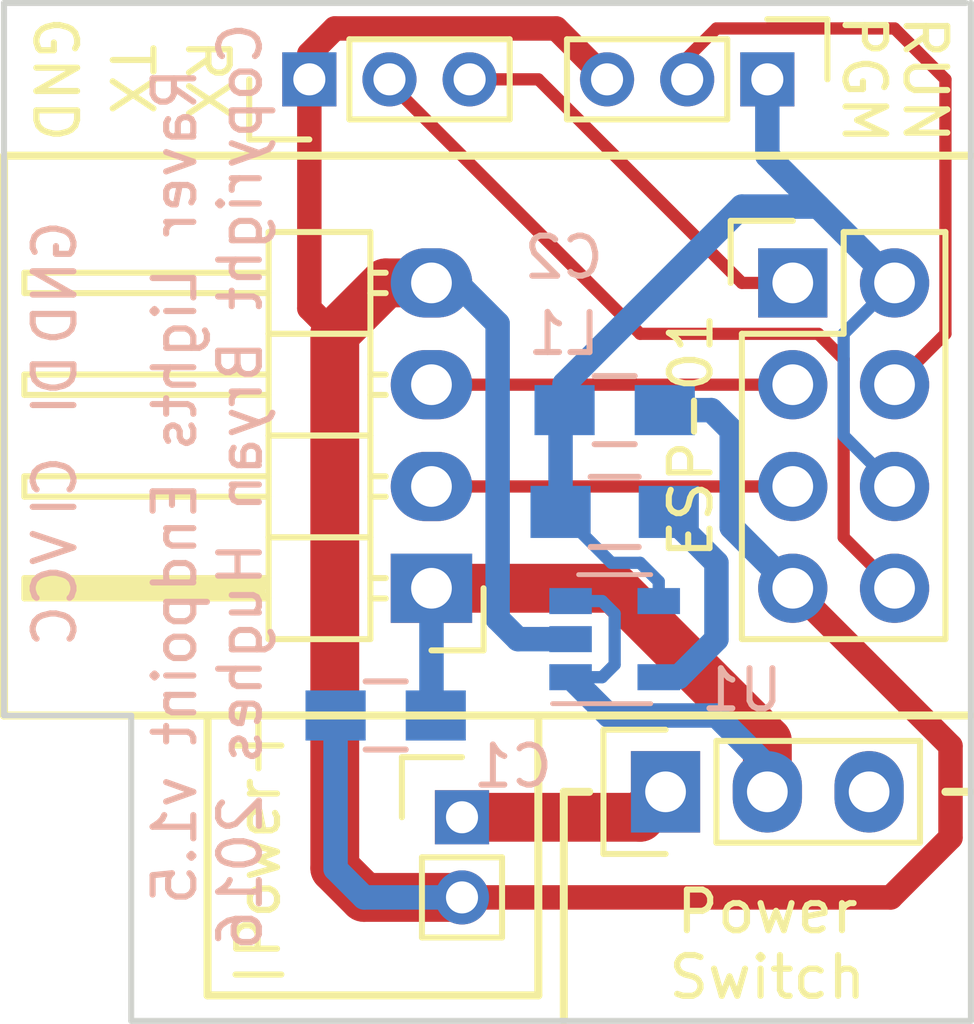
<source format=kicad_pcb>
(kicad_pcb (version 4) (host pcbnew 4.0.2-stable)

  (general
    (links 23)
    (no_connects 0)
    (area 127.475599 116.525409 158.881972 155.992162)
    (thickness 1.6)
    (drawings 30)
    (tracks 83)
    (zones 0)
    (modules 10)
    (nets 12)
  )

  (page A4)
  (layers
    (0 F.Cu signal)
    (31 B.Cu signal)
    (32 B.Adhes user)
    (33 F.Adhes user)
    (34 B.Paste user)
    (35 F.Paste user)
    (36 B.SilkS user)
    (37 F.SilkS user)
    (38 B.Mask user)
    (39 F.Mask user)
    (40 Dwgs.User user)
    (41 Cmts.User user)
    (42 Eco1.User user)
    (43 Eco2.User user)
    (44 Edge.Cuts user)
    (45 Margin user)
    (46 B.CrtYd user)
    (47 F.CrtYd user)
    (48 B.Fab user)
    (49 F.Fab user)
  )

  (setup
    (last_trace_width 0.1524)
    (user_trace_width 0.1524)
    (user_trace_width 0.3048)
    (user_trace_width 0.6096)
    (user_trace_width 1.2192)
    (trace_clearance 0.1524)
    (zone_clearance 0.508)
    (zone_45_only no)
    (trace_min 0.1524)
    (segment_width 0.2)
    (edge_width 0.15)
    (via_size 0.6858)
    (via_drill 0.3302)
    (via_min_size 0.6858)
    (via_min_drill 0.3302)
    (user_via 0.889 0.381)
    (user_via 1.524 0.762)
    (uvia_size 0.762)
    (uvia_drill 0.508)
    (uvias_allowed no)
    (uvia_min_size 0)
    (uvia_min_drill 0)
    (pcb_text_width 0.3)
    (pcb_text_size 1.016 1.016)
    (mod_edge_width 0.15)
    (mod_text_size 1 1)
    (mod_text_width 0.15)
    (pad_size 1.524 1.524)
    (pad_drill 0.762)
    (pad_to_mask_clearance 0.2)
    (aux_axis_origin 0 0)
    (visible_elements FFFFFF7F)
    (pcbplotparams
      (layerselection 0x000f0_80000001)
      (usegerberextensions false)
      (excludeedgelayer true)
      (linewidth 0.100000)
      (plotframeref false)
      (viasonmask false)
      (mode 1)
      (useauxorigin false)
      (hpglpennumber 1)
      (hpglpenspeed 20)
      (hpglpendiameter 15)
      (hpglpenoverlay 2)
      (psnegative false)
      (psa4output false)
      (plotreference true)
      (plotvalue true)
      (plotinvisibletext false)
      (padsonsilk false)
      (subtractmaskfromsilk false)
      (outputformat 1)
      (mirror false)
      (drillshape 0)
      (scaleselection 1)
      (outputdirectory ""))
  )

  (net 0 "")
  (net 1 "Net-(C1-Pad1)")
  (net 2 "Net-(C1-Pad2)")
  (net 3 "Net-(C2-Pad1)")
  (net 4 "Net-(L1-Pad1)")
  (net 5 "Net-(P2-Pad2)")
  (net 6 "Net-(P2-Pad3)")
  (net 7 "Net-(P1-Pad1)")
  (net 8 "Net-(SW1-Pad3)")
  (net 9 "Net-(P3-Pad1)")
  (net 10 "Net-(P3-Pad4)")
  (net 11 "Net-(P3-Pad8)")

  (net_class Default "This is the default net class."
    (clearance 0.1524)
    (trace_width 0.1524)
    (via_dia 0.6858)
    (via_drill 0.3302)
    (uvia_dia 0.762)
    (uvia_drill 0.508)
    (add_net "Net-(C1-Pad1)")
    (add_net "Net-(C1-Pad2)")
    (add_net "Net-(C2-Pad1)")
    (add_net "Net-(L1-Pad1)")
    (add_net "Net-(P1-Pad1)")
    (add_net "Net-(P2-Pad2)")
    (add_net "Net-(P2-Pad3)")
    (add_net "Net-(P3-Pad1)")
    (add_net "Net-(P3-Pad4)")
    (add_net "Net-(P3-Pad8)")
    (add_net "Net-(SW1-Pad3)")
  )

  (module Capacitors_SMD:C_0805_HandSoldering (layer B.Cu) (tedit 5858AF3C) (tstamp 584F7551)
    (at 137.16 147.955 180)
    (descr "Capacitor SMD 0805, hand soldering")
    (tags "capacitor 0805")
    (path /57A0E3BE)
    (attr smd)
    (fp_text reference C1 (at -3.175 -1.27 180) (layer B.SilkS)
      (effects (font (size 1 1) (thickness 0.15)) (justify mirror))
    )
    (fp_text value 4.7uF (at -8.255 -0.635 180) (layer B.Fab) hide
      (effects (font (size 1 1) (thickness 0.15)) (justify mirror))
    )
    (fp_line (start -1 -0.625) (end -1 0.625) (layer B.Fab) (width 0.15))
    (fp_line (start 1 -0.625) (end -1 -0.625) (layer B.Fab) (width 0.15))
    (fp_line (start 1 0.625) (end 1 -0.625) (layer B.Fab) (width 0.15))
    (fp_line (start -1 0.625) (end 1 0.625) (layer B.Fab) (width 0.15))
    (fp_line (start -2.3 1) (end 2.3 1) (layer B.CrtYd) (width 0.05))
    (fp_line (start -2.3 -1) (end 2.3 -1) (layer B.CrtYd) (width 0.05))
    (fp_line (start -2.3 1) (end -2.3 -1) (layer B.CrtYd) (width 0.05))
    (fp_line (start 2.3 1) (end 2.3 -1) (layer B.CrtYd) (width 0.05))
    (fp_line (start 0.5 0.85) (end -0.5 0.85) (layer B.SilkS) (width 0.15))
    (fp_line (start -0.5 -0.85) (end 0.5 -0.85) (layer B.SilkS) (width 0.15))
    (pad 1 smd rect (at -1.25 0 180) (size 1.5 1.25) (layers B.Cu B.Paste B.Mask)
      (net 1 "Net-(C1-Pad1)"))
    (pad 2 smd rect (at 1.25 0 180) (size 1.5 1.25) (layers B.Cu B.Paste B.Mask)
      (net 2 "Net-(C1-Pad2)"))
    (model Capacitors_SMD.3dshapes/C_0805_HandSoldering.wrl
      (at (xyz 0 0 0))
      (scale (xyz 1 1 1))
      (rotate (xyz 0 0 0))
    )
  )

  (module Capacitors_SMD:C_0805_HandSoldering (layer B.Cu) (tedit 5858AF5B) (tstamp 584F7561)
    (at 142.875 140.335)
    (descr "Capacitor SMD 0805, hand soldering")
    (tags "capacitor 0805")
    (path /57A0E396)
    (attr smd)
    (fp_text reference C2 (at -1.27 -3.81) (layer B.SilkS)
      (effects (font (size 1 1) (thickness 0.15)) (justify mirror))
    )
    (fp_text value 10uF (at -1.27 -4.445) (layer B.Fab) hide
      (effects (font (size 1 1) (thickness 0.15)) (justify mirror))
    )
    (fp_line (start -1 -0.625) (end -1 0.625) (layer B.Fab) (width 0.15))
    (fp_line (start 1 -0.625) (end -1 -0.625) (layer B.Fab) (width 0.15))
    (fp_line (start 1 0.625) (end 1 -0.625) (layer B.Fab) (width 0.15))
    (fp_line (start -1 0.625) (end 1 0.625) (layer B.Fab) (width 0.15))
    (fp_line (start -2.3 1) (end 2.3 1) (layer B.CrtYd) (width 0.05))
    (fp_line (start -2.3 -1) (end 2.3 -1) (layer B.CrtYd) (width 0.05))
    (fp_line (start -2.3 1) (end -2.3 -1) (layer B.CrtYd) (width 0.05))
    (fp_line (start 2.3 1) (end 2.3 -1) (layer B.CrtYd) (width 0.05))
    (fp_line (start 0.5 0.85) (end -0.5 0.85) (layer B.SilkS) (width 0.15))
    (fp_line (start -0.5 -0.85) (end 0.5 -0.85) (layer B.SilkS) (width 0.15))
    (pad 1 smd rect (at -1.25 0) (size 1.5 1.25) (layers B.Cu B.Paste B.Mask)
      (net 3 "Net-(C2-Pad1)"))
    (pad 2 smd rect (at 1.25 0) (size 1.5 1.25) (layers B.Cu B.Paste B.Mask)
      (net 2 "Net-(C1-Pad2)"))
    (model Capacitors_SMD.3dshapes/C_0805_HandSoldering.wrl
      (at (xyz 0 0 0))
      (scale (xyz 1 1 1))
      (rotate (xyz 0 0 0))
    )
  )

  (module Resistors_SMD:R_0805_HandSoldering (layer B.Cu) (tedit 5858AF5D) (tstamp 584F7571)
    (at 142.875 142.875 180)
    (descr "Resistor SMD 0805, hand soldering")
    (tags "resistor 0805")
    (path /57A0E1B1)
    (attr smd)
    (fp_text reference L1 (at 1.27 4.445 180) (layer B.SilkS)
      (effects (font (size 1 1) (thickness 0.15)) (justify mirror))
    )
    (fp_text value 2.2uH (at 7.62 0.635 180) (layer B.Fab) hide
      (effects (font (size 1 1) (thickness 0.15)) (justify mirror))
    )
    (fp_line (start -1 -0.625) (end -1 0.625) (layer B.Fab) (width 0.1))
    (fp_line (start 1 -0.625) (end -1 -0.625) (layer B.Fab) (width 0.1))
    (fp_line (start 1 0.625) (end 1 -0.625) (layer B.Fab) (width 0.1))
    (fp_line (start -1 0.625) (end 1 0.625) (layer B.Fab) (width 0.1))
    (fp_line (start -2.4 1) (end 2.4 1) (layer B.CrtYd) (width 0.05))
    (fp_line (start -2.4 -1) (end 2.4 -1) (layer B.CrtYd) (width 0.05))
    (fp_line (start -2.4 1) (end -2.4 -1) (layer B.CrtYd) (width 0.05))
    (fp_line (start 2.4 1) (end 2.4 -1) (layer B.CrtYd) (width 0.05))
    (fp_line (start 0.6 -0.875) (end -0.6 -0.875) (layer B.SilkS) (width 0.15))
    (fp_line (start -0.6 0.875) (end 0.6 0.875) (layer B.SilkS) (width 0.15))
    (pad 1 smd rect (at -1.35 0 180) (size 1.5 1.3) (layers B.Cu B.Paste B.Mask)
      (net 4 "Net-(L1-Pad1)"))
    (pad 2 smd rect (at 1.35 0 180) (size 1.5 1.3) (layers B.Cu B.Paste B.Mask)
      (net 3 "Net-(C2-Pad1)"))
    (model Resistors_SMD.3dshapes/R_0805_HandSoldering.wrl
      (at (xyz 0 0 0))
      (scale (xyz 1 1 1))
      (rotate (xyz 0 0 0))
    )
  )

  (module TO_SOT_Packages_SMD:SOT-23-5 (layer B.Cu) (tedit 5858AF53) (tstamp 584F75AF)
    (at 142.875 146.05)
    (descr "5-pin SOT23 package")
    (tags SOT-23-5)
    (path /57A0D83A)
    (attr smd)
    (fp_text reference U1 (at 3.175 1.27) (layer B.SilkS)
      (effects (font (size 1 1) (thickness 0.15)) (justify mirror))
    )
    (fp_text value LM3671 (at -0.254 -5.08) (layer B.Fab) hide
      (effects (font (size 1 1) (thickness 0.15)) (justify mirror))
    )
    (fp_line (start -0.9 -1.61) (end 0.9 -1.61) (layer B.SilkS) (width 0.12))
    (fp_line (start 0.9 1.61) (end -1.55 1.61) (layer B.SilkS) (width 0.12))
    (fp_line (start -1.9 1.8) (end 1.9 1.8) (layer B.CrtYd) (width 0.05))
    (fp_line (start 1.9 1.8) (end 1.9 -1.8) (layer B.CrtYd) (width 0.05))
    (fp_line (start 1.9 -1.8) (end -1.9 -1.8) (layer B.CrtYd) (width 0.05))
    (fp_line (start -1.9 -1.8) (end -1.9 1.8) (layer B.CrtYd) (width 0.05))
    (fp_line (start 0.9 1.55) (end -0.9 1.55) (layer B.Fab) (width 0.15))
    (fp_line (start -0.9 1.55) (end -0.9 -1.55) (layer B.Fab) (width 0.15))
    (fp_line (start 0.9 -1.55) (end -0.9 -1.55) (layer B.Fab) (width 0.15))
    (fp_line (start 0.9 1.55) (end 0.9 -1.55) (layer B.Fab) (width 0.15))
    (pad 1 smd rect (at -1.1 0.95) (size 1.06 0.65) (layers B.Cu B.Paste B.Mask)
      (net 1 "Net-(C1-Pad1)"))
    (pad 2 smd rect (at -1.1 0) (size 1.06 0.65) (layers B.Cu B.Paste B.Mask)
      (net 2 "Net-(C1-Pad2)"))
    (pad 3 smd rect (at -1.1 -0.95) (size 1.06 0.65) (layers B.Cu B.Paste B.Mask)
      (net 1 "Net-(C1-Pad1)"))
    (pad 4 smd rect (at 1.1 -0.95) (size 1.06 0.65) (layers B.Cu B.Paste B.Mask)
      (net 3 "Net-(C2-Pad1)"))
    (pad 5 smd rect (at 1.1 0.95) (size 1.06 0.65) (layers B.Cu B.Paste B.Mask)
      (net 4 "Net-(L1-Pad1)"))
    (model TO_SOT_Packages_SMD.3dshapes/SOT-23-5.wrl
      (at (xyz 0 0 0))
      (scale (xyz 1 1 1))
      (rotate (xyz 0 0 0))
    )
  )

  (module Pin_Headers:Pin_Header_Straight_1x03_Pitch2.00mm (layer F.Cu) (tedit 58535BB3) (tstamp 58505AD4)
    (at 135.255 132.08 90)
    (descr "Through hole pin header, 1x03, 2.00mm pitch, single row")
    (tags "pin header single row")
    (path /584F7038)
    (fp_text reference P4 (at 14.351 -5.08 90) (layer F.SilkS) hide
      (effects (font (size 1 1) (thickness 0.15)))
    )
    (fp_text value SERIAL (at -10.16 -4.445 90) (layer F.Fab) hide
      (effects (font (size 1 1) (thickness 0.15)))
    )
    (fp_line (start -1 1) (end 1 1) (layer F.SilkS) (width 0.15))
    (fp_line (start 1 1) (end 1 5) (layer F.SilkS) (width 0.15))
    (fp_line (start 1 5) (end -1 5) (layer F.SilkS) (width 0.15))
    (fp_line (start -1 5) (end -1 1) (layer F.SilkS) (width 0.15))
    (fp_line (start -1.6 -1.6) (end 1.6 -1.6) (layer F.CrtYd) (width 0.05))
    (fp_line (start 1.6 -1.6) (end 1.6 5.6) (layer F.CrtYd) (width 0.05))
    (fp_line (start 1.6 5.6) (end -1.6 5.6) (layer F.CrtYd) (width 0.05))
    (fp_line (start -1.6 5.6) (end -1.6 -1.6) (layer F.CrtYd) (width 0.05))
    (fp_line (start -1.5 0) (end -1.5 -1.5) (layer F.SilkS) (width 0.15))
    (fp_line (start -1.5 -1.5) (end 0 -1.5) (layer F.SilkS) (width 0.15))
    (pad 1 thru_hole rect (at 0 0 90) (size 1.35 1.35) (drill 0.8) (layers *.Cu *.Mask)
      (net 2 "Net-(C1-Pad2)"))
    (pad 2 thru_hole circle (at 0 2 90) (size 1.35 1.35) (drill 0.8) (layers *.Cu *.Mask)
      (net 11 "Net-(P3-Pad8)"))
    (pad 3 thru_hole circle (at 0 4 90) (size 1.35 1.35) (drill 0.8) (layers *.Cu *.Mask)
      (net 9 "Net-(P3-Pad1)"))
    (model Pin_Headers.3dshapes/Pin_Header_Straight_1x03_Pitch2.00mm.wrl
      (at (xyz 0 0 0))
      (scale (xyz 1 1 1))
      (rotate (xyz 0 0 0))
    )
  )

  (module Pin_Headers:Pin_Header_Straight_1x02_Pitch2.00mm (layer F.Cu) (tedit 58537BB3) (tstamp 58536082)
    (at 139.065 150.495)
    (descr "Through hole pin header, 1x02, 2.00mm pitch, single row")
    (tags "pin header single row")
    (path /57A0DC23)
    (fp_text reference P1 (at 0 -5) (layer F.SilkS) hide
      (effects (font (size 1 1) (thickness 0.15)))
    )
    (fp_text value POWER (at 0 -3) (layer F.Fab) hide
      (effects (font (size 1 1) (thickness 0.15)))
    )
    (fp_line (start -1 1) (end 1 1) (layer F.SilkS) (width 0.15))
    (fp_line (start 1 1) (end 1 3) (layer F.SilkS) (width 0.15))
    (fp_line (start 1 3) (end -1 3) (layer F.SilkS) (width 0.15))
    (fp_line (start -1 3) (end -1 1) (layer F.SilkS) (width 0.15))
    (fp_line (start -1.6 -1.6) (end 1.6 -1.6) (layer F.CrtYd) (width 0.05))
    (fp_line (start 1.6 -1.6) (end 1.6 3.6) (layer F.CrtYd) (width 0.05))
    (fp_line (start 1.6 3.6) (end -1.6 3.6) (layer F.CrtYd) (width 0.05))
    (fp_line (start -1.6 3.6) (end -1.6 -1.6) (layer F.CrtYd) (width 0.05))
    (fp_line (start -1.5 0) (end -1.5 -1.5) (layer F.SilkS) (width 0.15))
    (fp_line (start -1.5 -1.5) (end 0 -1.5) (layer F.SilkS) (width 0.15))
    (pad 1 thru_hole rect (at 0 0) (size 1.35 1.35) (drill 0.8) (layers *.Cu *.Mask)
      (net 7 "Net-(P1-Pad1)"))
    (pad 2 thru_hole circle (at 0 2) (size 1.35 1.35) (drill 0.8) (layers *.Cu *.Mask)
      (net 2 "Net-(C1-Pad2)"))
    (model Pin_Headers.3dshapes/Pin_Header_Straight_1x02_Pitch2.00mm.wrl
      (at (xyz 0 0 0))
      (scale (xyz 1 1 1))
      (rotate (xyz 0 0 0))
    )
  )

  (module Pin_Headers:Pin_Header_Angled_1x04 (layer F.Cu) (tedit 58537BC4) (tstamp 585360B9)
    (at 138.303 144.78 180)
    (descr "Through hole pin header")
    (tags "pin header")
    (path /57A0DCA2)
    (fp_text reference P2 (at 0 -5.1 180) (layer F.SilkS) hide
      (effects (font (size 1 1) (thickness 0.15)))
    )
    (fp_text value LIGHT (at -0.254 20.066 180) (layer F.Fab) hide
      (effects (font (size 1 1) (thickness 0.15)))
    )
    (fp_line (start -1.5 -1.75) (end -1.5 9.4) (layer F.CrtYd) (width 0.05))
    (fp_line (start 10.65 -1.75) (end 10.65 9.4) (layer F.CrtYd) (width 0.05))
    (fp_line (start -1.5 -1.75) (end 10.65 -1.75) (layer F.CrtYd) (width 0.05))
    (fp_line (start -1.5 9.4) (end 10.65 9.4) (layer F.CrtYd) (width 0.05))
    (fp_line (start -1.3 -1.55) (end -1.3 0) (layer F.SilkS) (width 0.15))
    (fp_line (start 0 -1.55) (end -1.3 -1.55) (layer F.SilkS) (width 0.15))
    (fp_line (start 4.191 -0.127) (end 10.033 -0.127) (layer F.SilkS) (width 0.15))
    (fp_line (start 10.033 -0.127) (end 10.033 0.127) (layer F.SilkS) (width 0.15))
    (fp_line (start 10.033 0.127) (end 4.191 0.127) (layer F.SilkS) (width 0.15))
    (fp_line (start 4.191 0.127) (end 4.191 0) (layer F.SilkS) (width 0.15))
    (fp_line (start 4.191 0) (end 10.033 0) (layer F.SilkS) (width 0.15))
    (fp_line (start 1.524 -0.254) (end 1.143 -0.254) (layer F.SilkS) (width 0.15))
    (fp_line (start 1.524 0.254) (end 1.143 0.254) (layer F.SilkS) (width 0.15))
    (fp_line (start 1.524 2.286) (end 1.143 2.286) (layer F.SilkS) (width 0.15))
    (fp_line (start 1.524 2.794) (end 1.143 2.794) (layer F.SilkS) (width 0.15))
    (fp_line (start 1.524 4.826) (end 1.143 4.826) (layer F.SilkS) (width 0.15))
    (fp_line (start 1.524 5.334) (end 1.143 5.334) (layer F.SilkS) (width 0.15))
    (fp_line (start 1.524 7.874) (end 1.143 7.874) (layer F.SilkS) (width 0.15))
    (fp_line (start 1.524 7.366) (end 1.143 7.366) (layer F.SilkS) (width 0.15))
    (fp_line (start 1.524 -1.27) (end 4.064 -1.27) (layer F.SilkS) (width 0.15))
    (fp_line (start 1.524 1.27) (end 4.064 1.27) (layer F.SilkS) (width 0.15))
    (fp_line (start 1.524 1.27) (end 1.524 3.81) (layer F.SilkS) (width 0.15))
    (fp_line (start 1.524 3.81) (end 4.064 3.81) (layer F.SilkS) (width 0.15))
    (fp_line (start 4.064 2.286) (end 10.16 2.286) (layer F.SilkS) (width 0.15))
    (fp_line (start 10.16 2.286) (end 10.16 2.794) (layer F.SilkS) (width 0.15))
    (fp_line (start 10.16 2.794) (end 4.064 2.794) (layer F.SilkS) (width 0.15))
    (fp_line (start 4.064 3.81) (end 4.064 1.27) (layer F.SilkS) (width 0.15))
    (fp_line (start 4.064 1.27) (end 4.064 -1.27) (layer F.SilkS) (width 0.15))
    (fp_line (start 10.16 0.254) (end 4.064 0.254) (layer F.SilkS) (width 0.15))
    (fp_line (start 10.16 -0.254) (end 10.16 0.254) (layer F.SilkS) (width 0.15))
    (fp_line (start 4.064 -0.254) (end 10.16 -0.254) (layer F.SilkS) (width 0.15))
    (fp_line (start 1.524 1.27) (end 4.064 1.27) (layer F.SilkS) (width 0.15))
    (fp_line (start 1.524 -1.27) (end 1.524 1.27) (layer F.SilkS) (width 0.15))
    (fp_line (start 1.524 6.35) (end 4.064 6.35) (layer F.SilkS) (width 0.15))
    (fp_line (start 1.524 6.35) (end 1.524 8.89) (layer F.SilkS) (width 0.15))
    (fp_line (start 1.524 8.89) (end 4.064 8.89) (layer F.SilkS) (width 0.15))
    (fp_line (start 4.064 7.366) (end 10.16 7.366) (layer F.SilkS) (width 0.15))
    (fp_line (start 10.16 7.366) (end 10.16 7.874) (layer F.SilkS) (width 0.15))
    (fp_line (start 10.16 7.874) (end 4.064 7.874) (layer F.SilkS) (width 0.15))
    (fp_line (start 4.064 8.89) (end 4.064 6.35) (layer F.SilkS) (width 0.15))
    (fp_line (start 4.064 6.35) (end 4.064 3.81) (layer F.SilkS) (width 0.15))
    (fp_line (start 10.16 5.334) (end 4.064 5.334) (layer F.SilkS) (width 0.15))
    (fp_line (start 10.16 4.826) (end 10.16 5.334) (layer F.SilkS) (width 0.15))
    (fp_line (start 4.064 4.826) (end 10.16 4.826) (layer F.SilkS) (width 0.15))
    (fp_line (start 1.524 6.35) (end 4.064 6.35) (layer F.SilkS) (width 0.15))
    (fp_line (start 1.524 3.81) (end 1.524 6.35) (layer F.SilkS) (width 0.15))
    (fp_line (start 1.524 3.81) (end 4.064 3.81) (layer F.SilkS) (width 0.15))
    (pad 1 thru_hole rect (at 0 0 180) (size 2.032 1.7272) (drill 1.016) (layers *.Cu *.Mask)
      (net 1 "Net-(C1-Pad1)"))
    (pad 2 thru_hole oval (at 0 2.54 180) (size 2.032 1.7272) (drill 1.016) (layers *.Cu *.Mask)
      (net 5 "Net-(P2-Pad2)"))
    (pad 3 thru_hole oval (at 0 5.08 180) (size 2.032 1.7272) (drill 1.016) (layers *.Cu *.Mask)
      (net 6 "Net-(P2-Pad3)"))
    (pad 4 thru_hole oval (at 0 7.62 180) (size 2.032 1.7272) (drill 1.016) (layers *.Cu *.Mask)
      (net 2 "Net-(C1-Pad2)"))
    (model Pin_Headers.3dshapes/Pin_Header_Angled_1x04.wrl
      (at (xyz 0 -0.15 0))
      (scale (xyz 1 1 1))
      (rotate (xyz 0 0 90))
    )
  )

  (module Pin_Headers:Pin_Header_Straight_1x03_Pitch2.00mm (layer F.Cu) (tedit 58537BAC) (tstamp 585360CA)
    (at 146.685 132.08 270)
    (descr "Through hole pin header, 1x03, 2.00mm pitch, single row")
    (tags "pin header single row")
    (path /58535794)
    (fp_text reference P5 (at -8.128 -7.366 270) (layer F.SilkS) hide
      (effects (font (size 1 1) (thickness 0.15)))
    )
    (fp_text value Pgrm (at -10.16 -0.508 270) (layer F.Fab) hide
      (effects (font (size 1 1) (thickness 0.15)))
    )
    (fp_line (start -1 1) (end 1 1) (layer F.SilkS) (width 0.15))
    (fp_line (start 1 1) (end 1 5) (layer F.SilkS) (width 0.15))
    (fp_line (start 1 5) (end -1 5) (layer F.SilkS) (width 0.15))
    (fp_line (start -1 5) (end -1 1) (layer F.SilkS) (width 0.15))
    (fp_line (start -1.6 -1.6) (end 1.6 -1.6) (layer F.CrtYd) (width 0.05))
    (fp_line (start 1.6 -1.6) (end 1.6 5.6) (layer F.CrtYd) (width 0.05))
    (fp_line (start 1.6 5.6) (end -1.6 5.6) (layer F.CrtYd) (width 0.05))
    (fp_line (start -1.6 5.6) (end -1.6 -1.6) (layer F.CrtYd) (width 0.05))
    (fp_line (start -1.5 0) (end -1.5 -1.5) (layer F.SilkS) (width 0.15))
    (fp_line (start -1.5 -1.5) (end 0 -1.5) (layer F.SilkS) (width 0.15))
    (pad 1 thru_hole rect (at 0 0 270) (size 1.35 1.35) (drill 0.8) (layers *.Cu *.Mask)
      (net 3 "Net-(C2-Pad1)"))
    (pad 2 thru_hole circle (at 0 2 270) (size 1.35 1.35) (drill 0.8) (layers *.Cu *.Mask)
      (net 10 "Net-(P3-Pad4)"))
    (pad 3 thru_hole circle (at 0 4 270) (size 1.35 1.35) (drill 0.8) (layers *.Cu *.Mask)
      (net 2 "Net-(C1-Pad2)"))
    (model Pin_Headers.3dshapes/Pin_Header_Straight_1x03_Pitch2.00mm.wrl
      (at (xyz 0 0 0))
      (scale (xyz 1 1 1))
      (rotate (xyz 0 0 0))
    )
  )

  (module Pin_Headers:Pin_Header_Straight_1x03 (layer F.Cu) (tedit 58537B98) (tstamp 585360DC)
    (at 144.145 149.86 90)
    (descr "Through hole pin header")
    (tags "pin header")
    (path /57A0DADD)
    (fp_text reference SW1 (at -3.81 2.54 180) (layer F.SilkS) hide
      (effects (font (size 1 1) (thickness 0.15)))
    )
    (fp_text value Switch_SPDT_x2 (at 0 -3.1 90) (layer F.Fab) hide
      (effects (font (size 1 1) (thickness 0.15)))
    )
    (fp_line (start -1.75 -1.75) (end -1.75 6.85) (layer F.CrtYd) (width 0.05))
    (fp_line (start 1.75 -1.75) (end 1.75 6.85) (layer F.CrtYd) (width 0.05))
    (fp_line (start -1.75 -1.75) (end 1.75 -1.75) (layer F.CrtYd) (width 0.05))
    (fp_line (start -1.75 6.85) (end 1.75 6.85) (layer F.CrtYd) (width 0.05))
    (fp_line (start -1.27 1.27) (end -1.27 6.35) (layer F.SilkS) (width 0.15))
    (fp_line (start -1.27 6.35) (end 1.27 6.35) (layer F.SilkS) (width 0.15))
    (fp_line (start 1.27 6.35) (end 1.27 1.27) (layer F.SilkS) (width 0.15))
    (fp_line (start 1.55 -1.55) (end 1.55 0) (layer F.SilkS) (width 0.15))
    (fp_line (start 1.27 1.27) (end -1.27 1.27) (layer F.SilkS) (width 0.15))
    (fp_line (start -1.55 0) (end -1.55 -1.55) (layer F.SilkS) (width 0.15))
    (fp_line (start -1.55 -1.55) (end 1.55 -1.55) (layer F.SilkS) (width 0.15))
    (pad 1 thru_hole rect (at 0 0 90) (size 2.032 1.7272) (drill 1.016) (layers *.Cu *.Mask)
      (net 7 "Net-(P1-Pad1)"))
    (pad 2 thru_hole oval (at 0 2.54 90) (size 2.032 1.7272) (drill 1.016) (layers *.Cu *.Mask)
      (net 1 "Net-(C1-Pad1)"))
    (pad 3 thru_hole oval (at 0 5.08 90) (size 2.032 1.7272) (drill 1.016) (layers *.Cu *.Mask)
      (net 8 "Net-(SW1-Pad3)"))
    (model Pin_Headers.3dshapes/Pin_Header_Straight_1x03.wrl
      (at (xyz 0 -0.1 0))
      (scale (xyz 1 1 1))
      (rotate (xyz 0 0 90))
    )
  )

  (module Pin_Headers:Pin_Header_Straight_2x04 (layer F.Cu) (tedit 58537BD8) (tstamp 58536210)
    (at 147.32 137.16)
    (descr "Through hole pin header")
    (tags "pin header")
    (path /5850C0A1)
    (fp_text reference P3 (at 0 -5.1) (layer F.SilkS) hide
      (effects (font (size 1 1) (thickness 0.15)))
    )
    (fp_text value ESP (at 9.906 -2.794) (layer F.Fab) hide
      (effects (font (size 1 1) (thickness 0.15)))
    )
    (fp_line (start -1.75 -1.75) (end -1.75 9.4) (layer F.CrtYd) (width 0.05))
    (fp_line (start 4.3 -1.75) (end 4.3 9.4) (layer F.CrtYd) (width 0.05))
    (fp_line (start -1.75 -1.75) (end 4.3 -1.75) (layer F.CrtYd) (width 0.05))
    (fp_line (start -1.75 9.4) (end 4.3 9.4) (layer F.CrtYd) (width 0.05))
    (fp_line (start -1.27 1.27) (end -1.27 8.89) (layer F.SilkS) (width 0.15))
    (fp_line (start -1.27 8.89) (end 3.81 8.89) (layer F.SilkS) (width 0.15))
    (fp_line (start 3.81 8.89) (end 3.81 -1.27) (layer F.SilkS) (width 0.15))
    (fp_line (start 3.81 -1.27) (end 1.27 -1.27) (layer F.SilkS) (width 0.15))
    (fp_line (start 0 -1.55) (end -1.55 -1.55) (layer F.SilkS) (width 0.15))
    (fp_line (start 1.27 -1.27) (end 1.27 1.27) (layer F.SilkS) (width 0.15))
    (fp_line (start 1.27 1.27) (end -1.27 1.27) (layer F.SilkS) (width 0.15))
    (fp_line (start -1.55 -1.55) (end -1.55 0) (layer F.SilkS) (width 0.15))
    (pad 1 thru_hole rect (at 0 0) (size 1.7272 1.7272) (drill 1.016) (layers *.Cu *.Mask)
      (net 9 "Net-(P3-Pad1)"))
    (pad 2 thru_hole oval (at 2.54 0) (size 1.7272 1.7272) (drill 1.016) (layers *.Cu *.Mask)
      (net 3 "Net-(C2-Pad1)"))
    (pad 3 thru_hole oval (at 0 2.54) (size 1.7272 1.7272) (drill 1.016) (layers *.Cu *.Mask)
      (net 6 "Net-(P2-Pad3)"))
    (pad 4 thru_hole oval (at 2.54 2.54) (size 1.7272 1.7272) (drill 1.016) (layers *.Cu *.Mask)
      (net 10 "Net-(P3-Pad4)"))
    (pad 5 thru_hole oval (at 0 5.08) (size 1.7272 1.7272) (drill 1.016) (layers *.Cu *.Mask)
      (net 5 "Net-(P2-Pad2)"))
    (pad 6 thru_hole oval (at 2.54 5.08) (size 1.7272 1.7272) (drill 1.016) (layers *.Cu *.Mask)
      (net 3 "Net-(C2-Pad1)"))
    (pad 7 thru_hole oval (at 0 7.62) (size 1.7272 1.7272) (drill 1.016) (layers *.Cu *.Mask)
      (net 2 "Net-(C1-Pad2)"))
    (pad 8 thru_hole oval (at 2.54 7.62) (size 1.7272 1.7272) (drill 1.016) (layers *.Cu *.Mask)
      (net 11 "Net-(P3-Pad8)"))
    (model Pin_Headers.3dshapes/Pin_Header_Straight_2x04.wrl
      (at (xyz 0.05 -0.15 0))
      (scale (xyz 1 1 1))
      (rotate (xyz 0 0 90))
    )
  )

  (gr_line (start 127.635 147.955) (end 127.635 130.175) (angle 90) (layer Edge.Cuts) (width 0.15))
  (gr_line (start 130.81 147.955) (end 127.635 147.955) (angle 90) (layer Edge.Cuts) (width 0.15))
  (gr_line (start 130.81 155.575) (end 130.81 147.955) (angle 90) (layer Edge.Cuts) (width 0.15))
  (gr_line (start 151.765 155.575) (end 130.81 155.575) (angle 90) (layer Edge.Cuts) (width 0.15))
  (gr_line (start 151.638 130.175) (end 127.635 130.175) (angle 90) (layer Edge.Cuts) (width 0.15))
  (gr_text RX (at 132.715 132.08 270) (layer F.SilkS)
    (effects (font (size 1.016 1.016) (thickness 0.1524)))
  )
  (gr_text TX (at 130.81 132.08 270) (layer F.SilkS)
    (effects (font (size 1.016 1.016) (thickness 0.1524)))
  )
  (gr_text GND (at 128.905 132.08 270) (layer F.SilkS)
    (effects (font (size 1.016 1.016) (thickness 0.1524)))
  )
  (gr_text PGM (at 149.098 132.08 270) (layer F.SilkS)
    (effects (font (size 1.016 1.016) (thickness 0.1524)))
  )
  (gr_text RUN (at 150.622 132.08 270) (layer F.SilkS)
    (effects (font (size 1.016 1.016) (thickness 0.1524)))
  )
  (gr_line (start 151.765 130.175) (end 151.765 155.575) (angle 90) (layer Edge.Cuts) (width 0.15))
  (gr_text GND (at 128.905 137.16 90) (layer B.SilkS)
    (effects (font (size 1.016 1.016) (thickness 0.1524)) (justify mirror))
  )
  (gr_text CI (at 128.905 142.24 90) (layer B.SilkS)
    (effects (font (size 1.016 1.016) (thickness 0.1524)) (justify mirror))
  )
  (gr_text "DI\n" (at 128.905 139.7 90) (layer B.SilkS)
    (effects (font (size 1.016 1.016) (thickness 0.1524)) (justify mirror))
  )
  (gr_text VCC (at 128.905 144.78 90) (layer B.SilkS)
    (effects (font (size 1.016 1.016) (thickness 0.1524)) (justify mirror))
  )
  (gr_text "Raver Lights Endpoint v1.5\nCopyright Bryan Hughes 2016" (at 132.715 142.24 90) (layer B.SilkS)
    (effects (font (size 1.016 1.016) (thickness 0.1524)) (justify mirror))
  )
  (gr_text Power (at 133.985 151.765 90) (layer F.SilkS)
    (effects (font (size 1.016 1.016) (thickness 0.1524)))
  )
  (gr_text "Power\nSwitch" (at 146.685 153.67) (layer F.SilkS)
    (effects (font (size 1.016 1.016) (thickness 0.1524)))
  )
  (gr_text ESP-01 (at 144.78 140.97 90) (layer F.SilkS)
    (effects (font (size 1.016 1.016) (thickness 0.1524)))
  )
  (gr_text - (at 133.985 154.305) (layer F.SilkS)
    (effects (font (size 1.5 1.5) (thickness 0.1524)))
  )
  (gr_text + (at 133.985 148.59) (layer F.SilkS)
    (effects (font (size 1.5 1.5) (thickness 0.1524)))
  )
  (gr_line (start 140.97 154.94) (end 140.97 147.955) (angle 90) (layer F.SilkS) (width 0.2))
  (gr_line (start 132.715 154.94) (end 140.97 154.94) (angle 90) (layer F.SilkS) (width 0.2))
  (gr_line (start 132.715 147.955) (end 132.715 154.94) (angle 90) (layer F.SilkS) (width 0.2))
  (gr_line (start 141.605 149.86) (end 142.24 149.86) (angle 90) (layer F.SilkS) (width 0.2))
  (gr_line (start 141.605 155.575) (end 141.605 149.86) (angle 90) (layer F.SilkS) (width 0.2))
  (gr_line (start 151.13 149.86) (end 151.765 149.86) (angle 90) (layer F.SilkS) (width 0.2))
  (gr_line (start 151.765 133.985) (end 127.635 133.985) (angle 90) (layer F.SilkS) (width 0.2))
  (gr_line (start 127.635 147.955) (end 151.765 147.955) (angle 90) (layer F.SilkS) (width 0.2))
  (gr_line (start 127.635 133.985) (end 127.635 147.955) (angle 90) (layer F.SilkS) (width 0.2))

  (segment (start 146.685 149.86) (end 146.685 149.225) (width 0.6096) (layer B.Cu) (net 1))
  (segment (start 146.685 149.225) (end 145.415 147.955) (width 0.6096) (layer B.Cu) (net 1) (tstamp 585AB82E))
  (segment (start 142.73 147.955) (end 141.775 147) (width 0.6096) (layer B.Cu) (net 1) (tstamp 585AB838))
  (segment (start 145.415 147.955) (end 142.73 147.955) (width 0.6096) (layer B.Cu) (net 1) (tstamp 585AB835))
  (segment (start 146.685 149.86) (end 146.685 148.59) (width 1.2192) (layer F.Cu) (net 1))
  (segment (start 142.875 144.78) (end 138.303 144.78) (width 1.2192) (layer F.Cu) (net 1) (tstamp 585AB816))
  (segment (start 146.685 148.59) (end 142.875 144.78) (width 1.2192) (layer F.Cu) (net 1) (tstamp 585AB812))
  (segment (start 138.623 145.1) (end 138.303 144.78) (width 0.3048) (layer B.Cu) (net 1) (tstamp 5858AE0B))
  (segment (start 141.775 145.1) (end 142.56 145.1) (width 0.3048) (layer B.Cu) (net 1))
  (segment (start 142.56 147) (end 141.775 147) (width 0.3048) (layer B.Cu) (net 1) (tstamp 5858ADFA))
  (segment (start 142.875 146.685) (end 142.56 147) (width 0.3048) (layer B.Cu) (net 1) (tstamp 5858ADF8))
  (segment (start 142.875 145.415) (end 142.875 146.685) (width 0.3048) (layer B.Cu) (net 1) (tstamp 5858ADF7))
  (segment (start 142.56 145.1) (end 142.875 145.415) (width 0.3048) (layer B.Cu) (net 1) (tstamp 5858ADF5))
  (segment (start 138.303 144.78) (end 138.303 147.848) (width 0.6096) (layer B.Cu) (net 1))
  (segment (start 138.303 147.848) (end 138.41 147.955) (width 0.6096) (layer B.Cu) (net 1) (tstamp 5858AB28))
  (segment (start 139.065 152.495) (end 149.765 152.495) (width 0.6096) (layer F.Cu) (net 2) (status 10))
  (segment (start 151.257 148.717) (end 147.32 144.78) (width 0.6096) (layer F.Cu) (net 2) (tstamp 585AB6BC))
  (segment (start 151.257 151.003) (end 151.257 148.717) (width 0.6096) (layer F.Cu) (net 2) (tstamp 585AB6B8))
  (segment (start 149.765 152.495) (end 151.257 151.003) (width 0.6096) (layer F.Cu) (net 2) (tstamp 585AB6B1))
  (segment (start 135.255 132.08) (end 135.255 131.445) (width 0.6096) (layer F.Cu) (net 2))
  (segment (start 135.255 131.445) (end 135.89 130.81) (width 0.6096) (layer F.Cu) (net 2) (tstamp 585AB5D7))
  (segment (start 141.415 130.81) (end 142.685 132.08) (width 0.6096) (layer F.Cu) (net 2) (tstamp 585AB5DC))
  (segment (start 135.89 130.81) (end 141.415 130.81) (width 0.6096) (layer F.Cu) (net 2) (tstamp 585AB5D9))
  (segment (start 135.255 132.08) (end 135.255 137.795) (width 0.6096) (layer F.Cu) (net 2))
  (segment (start 135.255 137.795) (end 135.89 138.43) (width 0.6096) (layer F.Cu) (net 2) (tstamp 585AB5D1))
  (segment (start 144.125 140.335) (end 145.288 140.335) (width 0.6096) (layer B.Cu) (net 2))
  (segment (start 145.288 140.335) (end 145.796 140.843) (width 0.6096) (layer B.Cu) (net 2) (tstamp 5858AEDD))
  (segment (start 145.796 140.843) (end 145.796 143.256) (width 0.6096) (layer B.Cu) (net 2) (tstamp 5858AEE0))
  (segment (start 145.796 143.256) (end 147.32 144.78) (width 0.6096) (layer B.Cu) (net 2) (tstamp 5858AEE3))
  (segment (start 138.303 137.16) (end 138.938 137.16) (width 0.6096) (layer B.Cu) (net 2))
  (segment (start 138.938 137.16) (end 139.954 138.176) (width 0.6096) (layer B.Cu) (net 2) (tstamp 5858AE67))
  (segment (start 140.462 146.05) (end 141.775 146.05) (width 0.6096) (layer B.Cu) (net 2) (tstamp 5858AE71))
  (segment (start 139.954 145.542) (end 140.462 146.05) (width 0.6096) (layer B.Cu) (net 2) (tstamp 5858AE6E))
  (segment (start 139.954 138.176) (end 139.954 145.542) (width 0.6096) (layer B.Cu) (net 2) (tstamp 5858AE69))
  (segment (start 139.065 152.495) (end 136.62 152.495) (width 1.2192) (layer F.Cu) (net 2) (status 10))
  (segment (start 135.89 151.765) (end 135.89 138.43) (width 1.2192) (layer F.Cu) (net 2) (tstamp 5858AB41))
  (segment (start 136.62 152.495) (end 135.89 151.765) (width 1.2192) (layer F.Cu) (net 2) (tstamp 5858AB3E))
  (segment (start 139.065 152.495) (end 136.62 152.495) (width 0.6096) (layer B.Cu) (net 2) (status 10))
  (segment (start 135.91 151.785) (end 135.91 147.955) (width 0.6096) (layer B.Cu) (net 2) (tstamp 5858AB23))
  (segment (start 136.62 152.495) (end 135.91 151.785) (width 0.6096) (layer B.Cu) (net 2) (tstamp 5858AB22))
  (segment (start 137.16 137.16) (end 138.303 137.16) (width 1.2192) (layer F.Cu) (net 2) (tstamp 5858A8C8))
  (segment (start 135.89 138.43) (end 137.16 137.16) (width 1.2192) (layer F.Cu) (net 2) (tstamp 5858A8C4))
  (segment (start 146.685 132.08) (end 146.685 133.985) (width 0.6096) (layer B.Cu) (net 3))
  (segment (start 146.685 133.985) (end 147.955 135.255) (width 0.6096) (layer B.Cu) (net 3) (tstamp 585AB5F7))
  (segment (start 149.86 137.16) (end 148.59 138.43) (width 0.3048) (layer B.Cu) (net 3))
  (segment (start 148.59 140.97) (end 149.86 142.24) (width 0.3048) (layer B.Cu) (net 3) (tstamp 5858AEBE))
  (segment (start 148.59 138.43) (end 148.59 140.97) (width 0.3048) (layer B.Cu) (net 3) (tstamp 5858AEBD))
  (segment (start 141.625 140.335) (end 141.625 139.68) (width 0.6096) (layer B.Cu) (net 3))
  (segment (start 147.955 135.255) (end 149.86 137.16) (width 0.6096) (layer B.Cu) (net 3) (tstamp 5858AE43))
  (segment (start 146.05 135.255) (end 147.955 135.255) (width 0.6096) (layer B.Cu) (net 3) (tstamp 5858AE41))
  (segment (start 141.625 139.68) (end 146.05 135.255) (width 0.6096) (layer B.Cu) (net 3) (tstamp 5858AE39))
  (segment (start 141.525 142.875) (end 141.525 140.435) (width 0.6096) (layer B.Cu) (net 3))
  (segment (start 141.525 140.435) (end 141.625 140.335) (width 0.6096) (layer B.Cu) (net 3) (tstamp 5858AE34))
  (segment (start 143.975 145.1) (end 143.975 144.61) (width 0.3048) (layer B.Cu) (net 3))
  (segment (start 142.795 144.145) (end 141.525 142.875) (width 0.3048) (layer B.Cu) (net 3) (tstamp 5858ADF1))
  (segment (start 143.51 144.145) (end 142.795 144.145) (width 0.3048) (layer B.Cu) (net 3) (tstamp 5858ADEE))
  (segment (start 143.975 144.61) (end 143.51 144.145) (width 0.3048) (layer B.Cu) (net 3) (tstamp 5858ADED))
  (segment (start 141.625 140.335) (end 141.478 140.335) (width 0.6096) (layer B.Cu) (net 3))
  (segment (start 144.225 142.875) (end 144.225 142.955) (width 0.6096) (layer B.Cu) (net 4))
  (segment (start 144.225 142.955) (end 145.415 144.145) (width 0.6096) (layer B.Cu) (net 4) (tstamp 5858AD94))
  (segment (start 145.415 146.05) (end 144.465 147) (width 0.6096) (layer B.Cu) (net 4) (tstamp 5858AD97))
  (segment (start 145.415 144.145) (end 145.415 146.05) (width 0.6096) (layer B.Cu) (net 4) (tstamp 5858AD95))
  (segment (start 144.465 147) (end 143.975 147) (width 0.6096) (layer B.Cu) (net 4) (tstamp 5858AD9A))
  (segment (start 144.125 142.775) (end 144.225 142.875) (width 0.6096) (layer B.Cu) (net 4) (tstamp 5858AB8F))
  (segment (start 147.32 142.24) (end 138.303 142.24) (width 0.3048) (layer F.Cu) (net 5))
  (segment (start 138.303 139.7) (end 147.32 139.7) (width 0.3048) (layer F.Cu) (net 6))
  (segment (start 139.065 150.495) (end 143.51 150.495) (width 1.2192) (layer F.Cu) (net 7) (status 10))
  (segment (start 143.51 150.495) (end 144.145 149.86) (width 1.2192) (layer F.Cu) (net 7) (tstamp 585AB80C))
  (segment (start 139.255 132.08) (end 140.97 132.08) (width 0.3048) (layer F.Cu) (net 9))
  (segment (start 146.05 137.16) (end 147.32 137.16) (width 0.3048) (layer F.Cu) (net 9) (tstamp 585AB631))
  (segment (start 140.97 132.08) (end 146.05 137.16) (width 0.3048) (layer F.Cu) (net 9) (tstamp 585AB62C))
  (segment (start 144.685 132.08) (end 144.685 131.54) (width 0.3048) (layer F.Cu) (net 10))
  (segment (start 144.685 131.54) (end 145.415 130.81) (width 0.3048) (layer F.Cu) (net 10) (tstamp 585AB60C))
  (segment (start 145.415 130.81) (end 149.86 130.81) (width 0.3048) (layer F.Cu) (net 10) (tstamp 585AB611))
  (segment (start 149.86 130.81) (end 151.13 132.08) (width 0.3048) (layer F.Cu) (net 10) (tstamp 585AB613))
  (segment (start 151.13 132.08) (end 151.13 138.43) (width 0.3048) (layer F.Cu) (net 10) (tstamp 585AB617))
  (segment (start 151.13 138.43) (end 149.86 139.7) (width 0.3048) (layer F.Cu) (net 10) (tstamp 585AB61B))
  (segment (start 137.255 132.08) (end 137.255 132.175) (width 0.3048) (layer F.Cu) (net 11))
  (segment (start 137.255 132.175) (end 143.51 138.43) (width 0.3048) (layer F.Cu) (net 11) (tstamp 585AB645))
  (segment (start 143.51 138.43) (end 147.955 138.43) (width 0.3048) (layer F.Cu) (net 11) (tstamp 585AB649))
  (segment (start 147.955 138.43) (end 148.59 139.065) (width 0.3048) (layer F.Cu) (net 11) (tstamp 585AB64D))
  (segment (start 148.59 139.065) (end 148.59 143.51) (width 0.3048) (layer F.Cu) (net 11) (tstamp 585AB64E))
  (segment (start 148.59 143.51) (end 149.86 144.78) (width 0.3048) (layer F.Cu) (net 11) (tstamp 585AB650))

)

</source>
